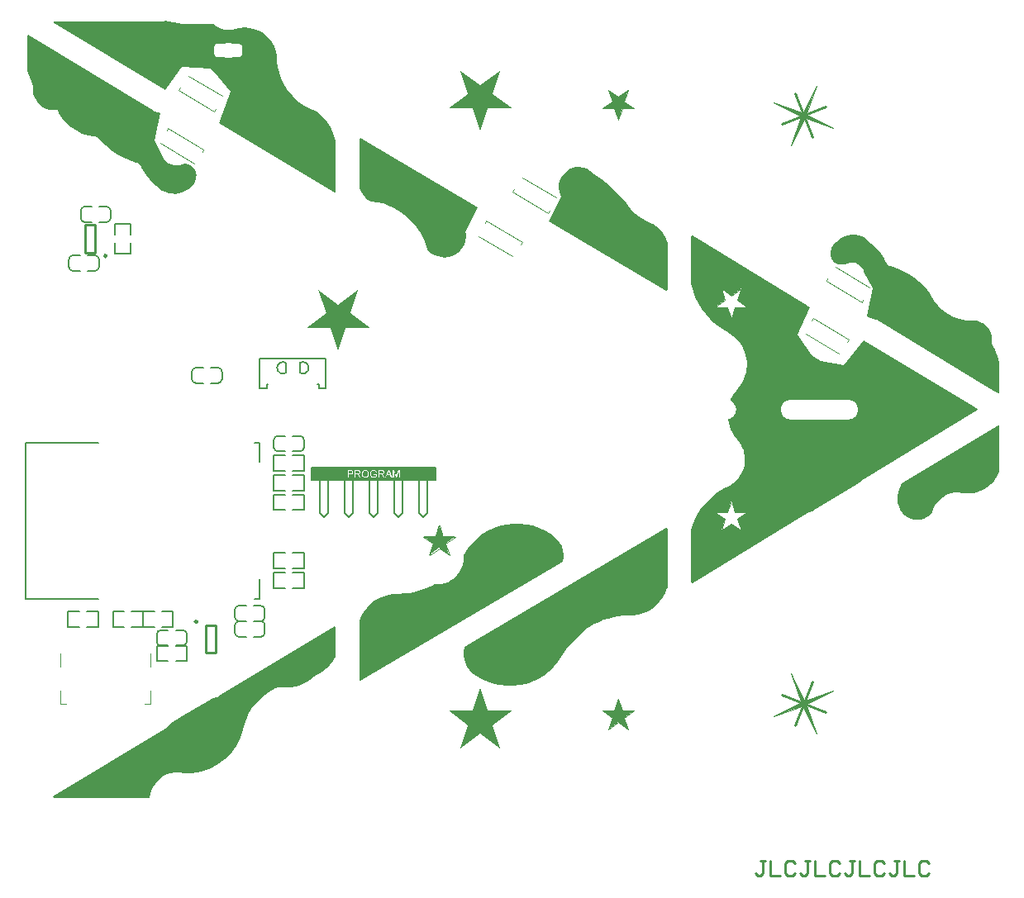
<source format=gto>
G04*
G04 #@! TF.GenerationSoftware,Altium Limited,Altium Designer,20.0.2 (26)*
G04*
G04 Layer_Color=15132400*
%FSLAX25Y25*%
%MOIN*%
G70*
G01*
G75*
%ADD10C,0.00787*%
%ADD11C,0.00984*%
%ADD12C,0.00394*%
%ADD13C,0.01000*%
%ADD14C,0.00472*%
G36*
X188419Y127362D02*
X196364Y121590D01*
X186543D01*
X183509Y112249D01*
X180474Y121590D01*
X170653D01*
X178598Y127362D01*
X175563Y136703D01*
X183509Y130930D01*
X191454Y136703D01*
X188419Y127362D01*
D02*
G37*
G36*
X241566Y124360D02*
X245539Y121474D01*
X240628D01*
X239111Y116804D01*
X237593Y121474D01*
X232683D01*
X236656Y124360D01*
X235138Y129030D01*
X239111Y126144D01*
X243084Y129030D01*
X241566Y124360D01*
D02*
G37*
G36*
X314952Y119494D02*
X314952Y119494D01*
X315007Y119420D01*
X315096Y119259D01*
X315163Y119088D01*
X315207Y118909D01*
X315217Y118817D01*
Y118817D01*
X315217D01*
X325886Y113517D01*
X314681Y117563D01*
X314605Y117504D01*
X314439Y117410D01*
X314262Y117339D01*
X314077Y117293D01*
X313982Y117282D01*
Y117282D01*
X313982Y117282D01*
X313982D01*
X308649Y106535D01*
X312727Y117818D01*
X312669Y117894D01*
X312575Y118060D01*
X312504Y118237D01*
X312458Y118422D01*
X312447Y118517D01*
X312447D01*
X301778Y123817D01*
X312983Y119771D01*
X313059Y119829D01*
X313225Y119924D01*
X313402Y119995D01*
X313587Y120041D01*
X313682Y120052D01*
X313682Y120052D01*
X318949Y130643D01*
X314952Y119494D01*
D02*
G37*
G36*
X63411Y155631D02*
X75807D01*
X77092Y154645D01*
X78524Y153891D01*
X80063Y153390D01*
X81665Y153156D01*
X83284Y153197D01*
X84872Y153512D01*
X85640Y153769D01*
X86560Y153981D01*
X88442Y154135D01*
X90327Y154014D01*
X92174Y153621D01*
X93944Y152965D01*
X95601Y152059D01*
X97109Y150923D01*
X98437Y149579D01*
X99556Y148058D01*
X100442Y146391D01*
X101078Y144613D01*
X101449Y142761D01*
X101498Y141818D01*
X101498Y141818D01*
X101563Y140614D01*
X101878Y138223D01*
X102435Y135876D01*
X103230Y133600D01*
X104254Y131416D01*
X105496Y129349D01*
X106943Y127420D01*
X108580Y125649D01*
X110390Y124055D01*
X112353Y122654D01*
X114449Y121462D01*
X116657Y120491D01*
X117795Y120091D01*
X118713Y119340D01*
X120376Y117647D01*
X121846Y115783D01*
X123104Y113771D01*
X124136Y111634D01*
X124930Y109398D01*
X125180Y108345D01*
Y87667D01*
X124744Y87422D01*
X78245Y115603D01*
X78059Y115716D01*
X82625Y128272D01*
X76103Y136328D01*
X74660Y137411D01*
X63185Y138175D01*
X56483Y128792D01*
X11269Y156195D01*
X11404Y156676D01*
X55700D01*
X55778Y156692D01*
X55857D01*
X56200Y156760D01*
X63411Y155631D01*
D02*
G37*
G36*
X51676Y120617D02*
X52125Y120345D01*
X52224Y120309D01*
X52318Y120261D01*
X53325Y119971D01*
X53431Y119962D01*
X53535Y119939D01*
X54167Y119929D01*
X54583Y119677D01*
X51991Y108710D01*
X55474Y101743D01*
X55750Y101279D01*
X56418Y100432D01*
X57223Y99714D01*
X58141Y99147D01*
X59143Y98748D01*
X60199Y98528D01*
X61278Y98496D01*
X62345Y98651D01*
X62865Y98798D01*
X62865Y98798D01*
X63251Y98937D01*
X64060Y99072D01*
X64881Y99062D01*
X65687Y98906D01*
X66452Y98610D01*
X67152Y98182D01*
X67766Y97637D01*
X68272Y96991D01*
X68464Y96628D01*
X68638Y96233D01*
X68862Y95400D01*
X68957Y94542D01*
X68921Y93680D01*
X68754Y92833D01*
X68460Y92021D01*
X68047Y91264D01*
X67523Y90578D01*
X67212Y90278D01*
X66745Y89757D01*
X65671Y88860D01*
X64479Y88127D01*
X63194Y87574D01*
X61843Y87211D01*
X60453Y87046D01*
X59054Y87082D01*
X57675Y87320D01*
X56345Y87754D01*
X55091Y88375D01*
X53939Y89169D01*
X52913Y90122D01*
X52475Y90667D01*
X51617Y91372D01*
X50046Y92945D01*
X48637Y94663D01*
X47402Y96510D01*
X46877Y97489D01*
X46749Y97859D01*
X46357Y98536D01*
X45807Y99092D01*
X45134Y99492D01*
X44765Y99624D01*
Y99624D01*
X43623Y99957D01*
X41396Y100794D01*
X39239Y101799D01*
X37165Y102966D01*
X35187Y104288D01*
X33315Y105757D01*
X31561Y107365D01*
X29934Y109101D01*
X29190Y110029D01*
X27905Y110069D01*
X25373Y110504D01*
X22927Y111289D01*
X20614Y112407D01*
X18479Y113837D01*
X16565Y115552D01*
X14909Y117516D01*
X13543Y119692D01*
X13019Y120865D01*
X12351Y120755D01*
X10998Y120747D01*
X9660Y120951D01*
X8371Y121362D01*
X7162Y121970D01*
X6063Y122760D01*
X5101Y123712D01*
X4300Y124802D01*
X3680Y126005D01*
X3255Y127290D01*
X3038Y128626D01*
X3032Y129979D01*
X3134Y130648D01*
X2725Y131485D01*
X2015Y133207D01*
X1416Y134972D01*
X929Y136770D01*
X803Y137392D01*
Y150941D01*
X1238Y151186D01*
X51676Y120617D01*
D02*
G37*
G36*
X182517Y81671D02*
X177575Y71596D01*
X177693Y70890D01*
X177699Y69460D01*
X177473Y68047D01*
X177021Y66690D01*
X176355Y65424D01*
X175493Y64283D01*
X174457Y63297D01*
X173275Y62491D01*
X171978Y61888D01*
X170600Y61503D01*
X169178Y61347D01*
X167750Y61422D01*
X166352Y61729D01*
X165024Y62258D01*
X163798Y62995D01*
X162708Y63921D01*
X162245Y64467D01*
X162245D01*
X161817Y65875D01*
X160735Y68611D01*
X159362Y71214D01*
X157714Y73651D01*
X155810Y75895D01*
X153673Y77918D01*
X151328Y79696D01*
X148804Y81209D01*
X147484Y81859D01*
X146449Y82333D01*
X144312Y83118D01*
X142106Y83679D01*
X139854Y84008D01*
X138718Y84085D01*
X138156Y84546D01*
X137143Y85590D01*
X136255Y86743D01*
X135505Y87989D01*
X134900Y89312D01*
X134662Y90044D01*
Y109317D01*
X135096Y109565D01*
X182517Y81671D01*
D02*
G37*
G36*
X225032Y97589D02*
X226440Y97103D01*
X227734Y96366D01*
X228870Y95402D01*
X229339Y94824D01*
X229339D01*
X230350Y94207D01*
X232311Y92876D01*
X234206Y91453D01*
X236029Y89939D01*
X237778Y88340D01*
X239448Y86658D01*
X241034Y84898D01*
X242534Y83063D01*
X243239Y82111D01*
X244127Y80994D01*
X246118Y78952D01*
X248364Y77196D01*
X250826Y75757D01*
X252124Y75164D01*
X252973Y74791D01*
X254544Y73802D01*
X255952Y72595D01*
X257169Y71194D01*
X258168Y69630D01*
X258926Y67936D01*
X259039Y67537D01*
Y48163D01*
X258605Y47915D01*
X211183Y75810D01*
X216125Y85885D01*
X216125D01*
X215763Y86536D01*
X215292Y87948D01*
X215089Y89423D01*
X215162Y90911D01*
X215507Y92359D01*
X216114Y93719D01*
X216961Y94944D01*
X218020Y95991D01*
X219253Y96826D01*
X220619Y97419D01*
X222071Y97749D01*
X223559Y97807D01*
X225032Y97589D01*
D02*
G37*
G36*
X131111Y38802D02*
X139057Y33030D01*
X129235D01*
X126200Y23689D01*
X123166Y33030D01*
X113345D01*
X121290Y38802D01*
X118255Y48143D01*
X126200Y42370D01*
X134146Y48143D01*
X131111Y38802D01*
D02*
G37*
G36*
X334647Y70398D02*
X336026Y70160D01*
X337356Y69726D01*
X338610Y69106D01*
X339762Y68311D01*
X340788Y67359D01*
X341226Y66814D01*
X342084Y66108D01*
X343655Y64536D01*
X345064Y62818D01*
X346299Y60971D01*
X346824Y59991D01*
X346824D01*
X346824Y59991D01*
X346952Y59621D01*
X346988Y59559D01*
X347344Y58944D01*
X347895Y58388D01*
X348567Y57989D01*
X348936Y57857D01*
X350078Y57524D01*
X352305Y56686D01*
X354462Y55681D01*
X356536Y54514D01*
X358514Y53192D01*
X360386Y51723D01*
X362140Y50116D01*
X363767Y48379D01*
X364511Y47451D01*
X364511D01*
X365054Y46251D01*
X366384Y43979D01*
X368018Y41916D01*
X369925Y40102D01*
X372067Y38571D01*
X374402Y37356D01*
X376884Y36478D01*
X379464Y35957D01*
X380775Y35833D01*
X381392Y35937D01*
X382645Y35947D01*
X383882Y35756D01*
X385074Y35370D01*
X386189Y34800D01*
X387198Y34059D01*
X388077Y33166D01*
X388802Y32144D01*
X389354Y31021D01*
X389721Y29823D01*
X389891Y28582D01*
X389862Y27330D01*
X389747Y26714D01*
X390218Y25864D01*
X391047Y24105D01*
X391761Y22296D01*
X392357Y20445D01*
X392832Y18559D01*
X392898Y18199D01*
Y6696D01*
X392459Y6456D01*
X390587Y7660D01*
X390577Y7664D01*
X390568Y7671D01*
X343416Y36206D01*
X343332Y36237D01*
X343254Y36281D01*
X340254Y37281D01*
X340158Y37293D01*
X339320Y37801D01*
X341712Y48767D01*
X338265Y55661D01*
X338055Y56197D01*
X337467Y57184D01*
X336680Y58021D01*
X335730Y58667D01*
X334662Y59092D01*
X333528Y59276D01*
X332381Y59211D01*
X331275Y58898D01*
X330754Y58654D01*
X330754Y58654D01*
X330371Y58524D01*
X329570Y58404D01*
X328760Y58425D01*
X327967Y58588D01*
X327215Y58888D01*
X326527Y59315D01*
X325924Y59856D01*
X325426Y60494D01*
X325237Y60852D01*
X325063Y61247D01*
X324838Y62080D01*
X324744Y62938D01*
X324780Y63801D01*
X324947Y64648D01*
X325241Y65459D01*
X325654Y66217D01*
X326178Y66903D01*
X326489Y67202D01*
X326956Y67723D01*
X328030Y68620D01*
X329222Y69353D01*
X330507Y69907D01*
X331858Y70270D01*
X333248Y70435D01*
X334647Y70398D01*
D02*
G37*
G36*
X315456Y41877D02*
X315456Y41877D01*
X315903Y41605D01*
X315977Y41579D01*
X316103Y41509D01*
X316299Y41081D01*
X311302Y30160D01*
X317224Y21755D01*
X320834Y19665D01*
X330178Y17758D01*
X338137Y27991D01*
X384038Y267D01*
X384039Y-233D01*
X337083Y-28794D01*
X337055Y-28819D01*
X337022Y-28835D01*
X336941Y-28925D01*
X336852Y-29006D01*
X336837Y-29040D01*
X336812Y-29067D01*
X336528Y-29540D01*
X335550Y-30126D01*
X317724Y-40868D01*
X317698Y-40993D01*
X317363Y-41198D01*
X317314Y-41199D01*
X317210Y-41221D01*
X317104Y-41230D01*
X316097Y-41520D01*
X316003Y-41569D01*
X315903Y-41605D01*
X315456Y-41877D01*
X268957Y-70059D01*
X268521Y-69813D01*
Y-48640D01*
X269223Y-46405D01*
X270563Y-43414D01*
X272244Y-40600D01*
X274243Y-38002D01*
X276532Y-35655D01*
X279080Y-33593D01*
X281851Y-31842D01*
X283330Y-31135D01*
Y-31135D01*
X283330Y-31135D01*
X284086Y-30739D01*
X285505Y-29793D01*
X286777Y-28657D01*
X287879Y-27355D01*
X288787Y-25912D01*
X289484Y-24355D01*
X289957Y-22716D01*
X290195Y-21028D01*
X290226Y-20175D01*
X290213Y-19620D01*
X290112Y-18515D01*
X289910Y-17424D01*
X289610Y-16356D01*
X289214Y-15319D01*
X288725Y-14323D01*
X288147Y-13376D01*
X287485Y-12486D01*
X287124Y-12064D01*
X286664Y-11548D01*
X285841Y-10438D01*
X285123Y-9257D01*
X284516Y-8016D01*
X284023Y-6725D01*
X283650Y-5394D01*
X283400Y-4035D01*
X283385Y-3870D01*
X284101Y-3678D01*
X284195Y-3631D01*
X284295Y-3598D01*
X285013Y-3183D01*
X285092Y-3114D01*
X285179Y-3055D01*
X285765Y-2469D01*
X285824Y-2382D01*
X285893Y-2303D01*
X286308Y-1585D01*
X286341Y-1485D01*
X286388Y-1391D01*
X286602Y-590D01*
X286609Y-485D01*
X286630Y-382D01*
Y447D01*
X286609Y550D01*
X286602Y655D01*
X286388Y1456D01*
X286341Y1550D01*
X286308Y1650D01*
X285893Y2368D01*
X285824Y2447D01*
X285765Y2534D01*
X285179Y3121D01*
X285092Y3179D01*
X285013Y3248D01*
X284345Y3634D01*
X284518Y4087D01*
X285127Y5329D01*
X285847Y6510D01*
X286671Y7621D01*
X287132Y8137D01*
X287585Y8668D01*
X288416Y9788D01*
X289142Y10980D01*
X289756Y12232D01*
X290254Y13536D01*
X290631Y14879D01*
X290884Y16251D01*
X291011Y17641D01*
X291027Y18338D01*
X291026Y18503D01*
X291019Y18831D01*
X291005Y19160D01*
X290984Y19488D01*
X290970Y19652D01*
X290865Y20546D01*
X290487Y22307D01*
X289892Y24006D01*
X289088Y25618D01*
X288089Y27116D01*
X286911Y28477D01*
X285571Y29680D01*
X284091Y30707D01*
X283306Y31148D01*
X282154Y31749D01*
X279968Y33155D01*
X277919Y34753D01*
X276023Y36531D01*
X274296Y38473D01*
X272753Y40564D01*
X271406Y42786D01*
X270265Y45121D01*
X269342Y47550D01*
X268642Y50054D01*
X268521Y50711D01*
Y69813D01*
X268957Y70058D01*
X315456Y41877D01*
D02*
G37*
G36*
X392898Y-6589D02*
Y-24587D01*
X392712Y-25191D01*
X391863Y-26978D01*
X390767Y-28624D01*
X389446Y-30097D01*
X387927Y-31365D01*
X386242Y-32401D01*
X384426Y-33186D01*
X382517Y-33702D01*
X380553Y-33939D01*
X378575Y-33892D01*
X377600Y-33726D01*
X376721Y-33600D01*
X374947Y-33581D01*
X373198Y-33872D01*
X371525Y-34463D01*
X369982Y-35337D01*
X368615Y-36467D01*
X367466Y-37819D01*
X366571Y-39350D01*
X366227Y-40168D01*
X366069Y-40595D01*
X365643Y-41399D01*
X365114Y-42140D01*
X364491Y-42804D01*
X364139Y-43092D01*
X364139Y-43092D01*
X363581Y-43486D01*
X362346Y-44068D01*
X361029Y-44426D01*
X359670Y-44551D01*
X358310Y-44437D01*
X356990Y-44089D01*
X355750Y-43518D01*
X354629Y-42739D01*
X354144Y-42259D01*
X353667Y-41706D01*
X352882Y-40473D01*
X352285Y-39140D01*
X351887Y-37735D01*
X351696Y-36286D01*
X351718Y-34826D01*
X351952Y-33383D01*
X352392Y-31990D01*
X353030Y-30676D01*
X353538Y-29928D01*
X392463Y-6343D01*
X392898Y-6589D01*
D02*
G37*
G36*
X168389Y-51181D02*
X173300D01*
X169327Y-54067D01*
X170844Y-58738D01*
X166872Y-55851D01*
X162899Y-58738D01*
X164417Y-54067D01*
X160444Y-51181D01*
X165354D01*
X166872Y-46511D01*
X168389Y-51181D01*
D02*
G37*
G36*
X202105Y-46278D02*
X204668Y-46832D01*
X207156Y-47658D01*
X209541Y-48747D01*
X211795Y-50086D01*
X213483Y-51354D01*
X214604Y-52496D01*
X215542Y-53793D01*
X216274Y-55216D01*
X216784Y-56733D01*
X217061Y-58310D01*
X217098Y-59910D01*
X216902Y-61445D01*
X135096Y-109565D01*
X134662Y-109317D01*
Y-85861D01*
X134768Y-85436D01*
X135526Y-83501D01*
X136531Y-81683D01*
X137764Y-80011D01*
X139205Y-78514D01*
X140829Y-77219D01*
X142609Y-76146D01*
X144513Y-75315D01*
X146509Y-74739D01*
X148563Y-74430D01*
X149602Y-74410D01*
X150615Y-74394D01*
X152637Y-74271D01*
X154647Y-74023D01*
X156639Y-73653D01*
X158604Y-73162D01*
X160535Y-72552D01*
X162425Y-71824D01*
X164268Y-70982D01*
X165169Y-70519D01*
X165950Y-70559D01*
X167509Y-70468D01*
X169040Y-70152D01*
X170508Y-69618D01*
X171883Y-68876D01*
X173137Y-67943D01*
X174242Y-66838D01*
X175175Y-65585D01*
X175916Y-64209D01*
X176451Y-62741D01*
X176767Y-61211D01*
X176858Y-59651D01*
X176818Y-58870D01*
X177435Y-57714D01*
X178910Y-55546D01*
X180610Y-53551D01*
X182515Y-51749D01*
X184603Y-50163D01*
X186849Y-48811D01*
X189228Y-47709D01*
X191711Y-46869D01*
X194271Y-46301D01*
X196876Y-46011D01*
X199498Y-46004D01*
X202105Y-46278D01*
D02*
G37*
G36*
X259039Y-48164D02*
Y-71685D01*
X258906Y-72207D01*
X258140Y-74124D01*
X257131Y-75925D01*
X255895Y-77578D01*
X254453Y-79056D01*
X252832Y-80334D01*
X251057Y-81389D01*
X249160Y-82203D01*
X247172Y-82762D01*
X245129Y-83058D01*
X244097Y-83071D01*
X243084Y-83086D01*
X241063Y-83210D01*
X239052Y-83457D01*
X237061Y-83827D01*
X235096Y-84319D01*
X233165Y-84929D01*
X231274Y-85657D01*
X229432Y-86499D01*
X228531Y-86962D01*
X226862Y-88185D01*
X223692Y-90845D01*
X220766Y-93771D01*
X218106Y-96942D01*
X216882Y-98611D01*
X216266Y-99767D01*
X214790Y-101934D01*
X213091Y-103929D01*
X211186Y-105730D01*
X209099Y-107316D01*
X206854Y-108668D01*
X204475Y-109771D01*
X201993Y-110611D01*
X199434Y-111179D01*
X196829Y-111469D01*
X194208Y-111477D01*
X191601Y-111203D01*
X189039Y-110651D01*
X186551Y-109825D01*
X184166Y-108737D01*
X181912Y-107399D01*
X180864Y-106613D01*
X180234Y-106125D01*
X179135Y-104971D01*
X178221Y-103665D01*
X177515Y-102237D01*
X177030Y-100719D01*
X176779Y-99146D01*
X176767Y-97552D01*
X176995Y-95975D01*
X177014Y-95909D01*
X258605Y-47915D01*
X259039Y-48164D01*
D02*
G37*
G36*
X125180Y-87667D02*
Y-99225D01*
X124989Y-99790D01*
X124054Y-101577D01*
X122851Y-103197D01*
X121411Y-104608D01*
X119767Y-105778D01*
X117962Y-106677D01*
X117000Y-106980D01*
X116296Y-107734D01*
X114711Y-109055D01*
X112975Y-110169D01*
X111114Y-111059D01*
X109156Y-111711D01*
X107133Y-112116D01*
X105076Y-112267D01*
X103016Y-112161D01*
X102000Y-111980D01*
X100666Y-112564D01*
X98122Y-113976D01*
X95773Y-115693D01*
X93656Y-117690D01*
X91805Y-119935D01*
X90247Y-122393D01*
X89008Y-125025D01*
X88107Y-127792D01*
X87788Y-129212D01*
X87451Y-130573D01*
X86451Y-133191D01*
X85141Y-135669D01*
X83539Y-137969D01*
X81669Y-140058D01*
X79560Y-141903D01*
X77242Y-143479D01*
X74749Y-144761D01*
X72119Y-145730D01*
X69391Y-146373D01*
X66605Y-146679D01*
X63802Y-146644D01*
X62413Y-146457D01*
X61642Y-146408D01*
X60099Y-146472D01*
X58579Y-146747D01*
X57111Y-147229D01*
X55724Y-147909D01*
X54444Y-148773D01*
X53295Y-149805D01*
X52299Y-150986D01*
X51476Y-152293D01*
X50840Y-153700D01*
X50404Y-155182D01*
X50181Y-156676D01*
X11404D01*
X11270Y-156194D01*
X56591Y-128727D01*
X57026Y-128464D01*
X57102Y-128394D01*
X57186Y-128336D01*
X57893Y-127606D01*
X57949Y-127520D01*
X58016Y-127442D01*
X58347Y-126853D01*
X63043Y-123933D01*
X75692Y-116293D01*
X76406Y-116278D01*
X76509Y-116255D01*
X76613Y-116246D01*
X77609Y-115956D01*
X77702Y-115908D01*
X77801Y-115872D01*
X78244Y-115603D01*
X124744Y-87422D01*
X125180Y-87667D01*
D02*
G37*
G36*
X240628Y-121474D02*
X245539D01*
X241566Y-124360D01*
X243084Y-129030D01*
X239111Y-126144D01*
X235138Y-129030D01*
X236656Y-124360D01*
X232683Y-121474D01*
X237593D01*
X239111Y-116804D01*
X240628Y-121474D01*
D02*
G37*
G36*
X313982Y-117282D02*
X314077Y-117293D01*
X314262Y-117339D01*
X314439Y-117410D01*
X314605Y-117504D01*
X314681Y-117563D01*
X314681Y-117563D01*
X325886Y-113517D01*
X315217Y-118817D01*
X315207Y-118909D01*
X315163Y-119088D01*
X315096Y-119259D01*
X315007Y-119420D01*
X314952Y-119494D01*
X314952Y-119494D01*
X314952D01*
X318949Y-130643D01*
X313682Y-120052D01*
X313682D01*
X313587Y-120041D01*
X313402Y-119995D01*
X313225Y-119924D01*
X313059Y-119829D01*
X312983Y-119771D01*
X312983Y-119771D01*
X301778Y-123817D01*
X312447Y-118517D01*
X312458Y-118422D01*
X312504Y-118237D01*
X312575Y-118060D01*
X312669Y-117894D01*
X312727Y-117818D01*
Y-117818D01*
X312727D01*
X308649Y-106535D01*
X313982Y-117282D01*
D02*
G37*
G36*
X186543Y-121590D02*
X196364D01*
X188419Y-127362D01*
X191454Y-136703D01*
X183509Y-130930D01*
X175563Y-136703D01*
X178598Y-127362D01*
X170653Y-121590D01*
X180474D01*
X183509Y-112249D01*
X186543Y-121590D01*
D02*
G37*
G36*
X165748Y-23366D02*
Y-28602D01*
X115354D01*
Y-23366D01*
X165748D01*
D02*
G37*
%LPC*%
G36*
X85232Y148035D02*
X78443D01*
X77642Y147820D01*
X76924Y147405D01*
X76337Y146818D01*
X75922Y146100D01*
X75707Y145298D01*
Y144468D01*
X75922Y143667D01*
X76337Y142949D01*
X76924Y142362D01*
X77642Y141947D01*
X78443Y141732D01*
X85232D01*
X85840Y141853D01*
X86414Y142091D01*
X86930Y142436D01*
X87369Y142875D01*
X87714Y143391D01*
X87951Y143964D01*
X88072Y144573D01*
Y145194D01*
X87951Y145802D01*
X87714Y146376D01*
X87369Y146892D01*
X86930Y147331D01*
X86414Y147676D01*
X85840Y147913D01*
X85232Y148035D01*
D02*
G37*
G36*
X288652Y48901D02*
X284680Y46015D01*
X280707Y48901D01*
X282224Y44231D01*
X278252Y41345D01*
X283162D01*
X284680Y36674D01*
X286197Y41345D01*
X291108D01*
X287135Y44231D01*
X288652Y48901D01*
D02*
G37*
G36*
X332305Y3945D02*
X308247D01*
X308144Y3924D01*
X308039Y3917D01*
X307238Y3703D01*
X307144Y3656D01*
X307045Y3622D01*
X306326Y3208D01*
X306247Y3139D01*
X306160Y3080D01*
X305574Y2494D01*
X305515Y2406D01*
X305446Y2327D01*
X305031Y1609D01*
X304998Y1510D01*
X304951Y1416D01*
X304737Y615D01*
X304730Y510D01*
X304709Y407D01*
Y-422D01*
X304730Y-526D01*
X304737Y-630D01*
X304951Y-1431D01*
X304998Y-1526D01*
X305031Y-1625D01*
X305446Y-2343D01*
X305515Y-2422D01*
X305574Y-2509D01*
X306160Y-3096D01*
X306247Y-3154D01*
X306326Y-3223D01*
X307045Y-3638D01*
X307144Y-3672D01*
X307238Y-3718D01*
X308039Y-3933D01*
X308144Y-3940D01*
X308247Y-3960D01*
X332305D01*
X332408Y-3940D01*
X332512Y-3933D01*
X333313Y-3718D01*
X333408Y-3672D01*
X333507Y-3638D01*
X334225Y-3223D01*
X334304Y-3154D01*
X334392Y-3096D01*
X334978Y-2509D01*
X335036Y-2422D01*
X335105Y-2343D01*
X335520Y-1625D01*
X335554Y-1526D01*
X335600Y-1431D01*
X335815Y-630D01*
X335822Y-526D01*
X335842Y-422D01*
Y407D01*
X335822Y510D01*
X335815Y615D01*
X335600Y1416D01*
X335554Y1510D01*
X335520Y1609D01*
X335105Y2327D01*
X335036Y2406D01*
X334978Y2494D01*
X334392Y3080D01*
X334304Y3139D01*
X334225Y3208D01*
X333507Y3622D01*
X333408Y3656D01*
X333313Y3703D01*
X332512Y3917D01*
X332408Y3924D01*
X332305Y3945D01*
D02*
G37*
G36*
X284680Y-36674D02*
X283162Y-41345D01*
X278252D01*
X282224Y-44231D01*
X280707Y-48901D01*
X284680Y-46015D01*
X288652Y-48901D01*
X287135Y-44231D01*
X291108Y-41345D01*
X286197D01*
X284680Y-36674D01*
D02*
G37*
G36*
X140580Y-24420D02*
X140440D01*
X140361Y-24429D01*
X140208Y-24450D01*
X140138Y-24464D01*
X140073Y-24481D01*
X140012Y-24494D01*
X139955Y-24512D01*
X139902Y-24529D01*
X139858Y-24546D01*
X139819Y-24564D01*
X139784Y-24577D01*
X139758Y-24590D01*
X139741Y-24599D01*
X139727Y-24603D01*
X139723Y-24608D01*
X139662Y-24647D01*
X139601Y-24686D01*
X139496Y-24778D01*
X139404Y-24870D01*
X139330Y-24966D01*
X139269Y-25049D01*
X139247Y-25084D01*
X139229Y-25119D01*
X139212Y-25145D01*
X139203Y-25163D01*
X139199Y-25176D01*
X139194Y-25180D01*
X139133Y-25324D01*
X139089Y-25469D01*
X139055Y-25608D01*
X139046Y-25674D01*
X139033Y-25735D01*
X139028Y-25792D01*
X139020Y-25840D01*
X139015Y-25888D01*
Y-25927D01*
X139011Y-25958D01*
Y-26002D01*
X139020Y-26163D01*
X139041Y-26316D01*
X139055Y-26386D01*
X139068Y-26452D01*
X139085Y-26517D01*
X139102Y-26574D01*
X139120Y-26627D01*
X139137Y-26670D01*
X139151Y-26714D01*
X139164Y-26745D01*
X139177Y-26775D01*
X139186Y-26793D01*
X139194Y-26806D01*
Y-26810D01*
X139273Y-26937D01*
X139360Y-27046D01*
X139452Y-27142D01*
X139540Y-27221D01*
X139623Y-27282D01*
X139653Y-27304D01*
X139684Y-27326D01*
X139710Y-27339D01*
X139727Y-27352D01*
X139741Y-27356D01*
X139745Y-27361D01*
X139815Y-27396D01*
X139885Y-27422D01*
X140025Y-27470D01*
X140160Y-27501D01*
X140287Y-27527D01*
X140344Y-27531D01*
X140396Y-27540D01*
X140444Y-27544D01*
X140483D01*
X140514Y-27549D01*
X139011D01*
X141812D01*
Y-25910D01*
Y-25954D01*
X140527D01*
Y-26312D01*
X141419D01*
Y-26880D01*
X141366Y-26924D01*
X141305Y-26963D01*
X141240Y-26998D01*
X141178Y-27029D01*
X141126Y-27055D01*
X141078Y-27077D01*
X141060Y-27086D01*
X141051Y-27090D01*
X141043Y-27094D01*
X141038D01*
X140947Y-27125D01*
X140855Y-27151D01*
X140772Y-27169D01*
X140693Y-27177D01*
X140628Y-27186D01*
X140601D01*
X140575Y-27190D01*
X140532D01*
X140422Y-27186D01*
X140317Y-27169D01*
X140221Y-27147D01*
X140134Y-27125D01*
X140064Y-27099D01*
X140033Y-27090D01*
X140012Y-27081D01*
X139990Y-27072D01*
X139977Y-27064D01*
X139968Y-27059D01*
X139963D01*
X139872Y-27003D01*
X139789Y-26941D01*
X139719Y-26876D01*
X139662Y-26810D01*
X139614Y-26749D01*
X139583Y-26701D01*
X139570Y-26683D01*
X139566Y-26670D01*
X139557Y-26662D01*
Y-26657D01*
X139513Y-26548D01*
X139478Y-26434D01*
X139456Y-26321D01*
X139439Y-26212D01*
X139435Y-26163D01*
X139430Y-26120D01*
X139426Y-26076D01*
Y-26041D01*
X139421Y-26015D01*
Y-25993D01*
Y-25980D01*
Y-25975D01*
X139426Y-25853D01*
X139439Y-25744D01*
X139456Y-25639D01*
X139478Y-25547D01*
X139487Y-25508D01*
X139500Y-25473D01*
X139509Y-25442D01*
X139518Y-25416D01*
X139526Y-25394D01*
X139531Y-25381D01*
X139535Y-25372D01*
Y-25368D01*
X139566Y-25307D01*
X139596Y-25250D01*
X139627Y-25198D01*
X139657Y-25154D01*
X139684Y-25119D01*
X139706Y-25088D01*
X139723Y-25071D01*
X139727Y-25067D01*
X139776Y-25019D01*
X139828Y-24975D01*
X139885Y-24940D01*
X139937Y-24905D01*
X139981Y-24883D01*
X140016Y-24861D01*
X140042Y-24852D01*
X140051Y-24848D01*
X140129Y-24817D01*
X140208Y-24796D01*
X140291Y-24782D01*
X140366Y-24769D01*
X140431Y-24765D01*
X140457D01*
X140479Y-24761D01*
X140527D01*
X140610Y-24765D01*
X140689Y-24774D01*
X140759Y-24787D01*
X140820Y-24800D01*
X140872Y-24817D01*
X140912Y-24831D01*
X140934Y-24839D01*
X140942Y-24844D01*
X141008Y-24874D01*
X141065Y-24909D01*
X141117Y-24944D01*
X141156Y-24979D01*
X141187Y-25010D01*
X141213Y-25032D01*
X141226Y-25049D01*
X141231Y-25053D01*
X141270Y-25106D01*
X141301Y-25167D01*
X141331Y-25224D01*
X141357Y-25285D01*
X141375Y-25337D01*
X141388Y-25377D01*
X141392Y-25394D01*
X141397Y-25407D01*
X141401Y-25412D01*
Y-25416D01*
X141764Y-25320D01*
X141733Y-25211D01*
X141694Y-25115D01*
X141655Y-25027D01*
X141620Y-24957D01*
X141585Y-24901D01*
X141559Y-24861D01*
X141541Y-24835D01*
X141532Y-24826D01*
X141471Y-24756D01*
X141405Y-24700D01*
X141336Y-24647D01*
X141270Y-24603D01*
X141209Y-24573D01*
X141161Y-24546D01*
X141143Y-24538D01*
X141130Y-24533D01*
X141121Y-24529D01*
X141117D01*
X141017Y-24494D01*
X140912Y-24468D01*
X140816Y-24446D01*
X140724Y-24433D01*
X140641Y-24424D01*
X140606D01*
X140580Y-24420D01*
D02*
G37*
G36*
X137193D02*
X137153D01*
X137036Y-24424D01*
X136926Y-24437D01*
X136821Y-24459D01*
X136721Y-24485D01*
X136629Y-24520D01*
X136542Y-24555D01*
X136463Y-24595D01*
X136393Y-24634D01*
X136328Y-24673D01*
X136271Y-24713D01*
X136223Y-24747D01*
X136183Y-24782D01*
X136153Y-24809D01*
X136127Y-24831D01*
X136113Y-24844D01*
X136109Y-24848D01*
X136039Y-24931D01*
X135978Y-25019D01*
X135921Y-25115D01*
X135878Y-25211D01*
X135838Y-25311D01*
X135803Y-25407D01*
X135777Y-25504D01*
X135759Y-25595D01*
X135742Y-25683D01*
X135729Y-25766D01*
X135720Y-25840D01*
X135711Y-25901D01*
Y-25954D01*
X135707Y-25993D01*
Y-25989D01*
Y-27549D01*
Y-26028D01*
X135716Y-26177D01*
X135733Y-26312D01*
X135759Y-26443D01*
X135777Y-26500D01*
X135794Y-26557D01*
X135808Y-26605D01*
X135825Y-26649D01*
X135838Y-26688D01*
X135851Y-26723D01*
X135860Y-26749D01*
X135869Y-26766D01*
X135878Y-26780D01*
Y-26784D01*
X135952Y-26911D01*
X136030Y-27020D01*
X136118Y-27116D01*
X136201Y-27195D01*
X136275Y-27260D01*
X136306Y-27286D01*
X136332Y-27304D01*
X136358Y-27321D01*
X136376Y-27335D01*
X136384Y-27339D01*
X136389Y-27343D01*
X136454Y-27378D01*
X136520Y-27409D01*
X136651Y-27461D01*
X136778Y-27496D01*
X136896Y-27523D01*
X136952Y-27531D01*
X137001Y-27536D01*
X137044Y-27544D01*
X137084D01*
X137110Y-27549D01*
X135707D01*
X138600D01*
Y-25993D01*
X138591Y-25827D01*
X138574Y-25674D01*
X138561Y-25604D01*
X138543Y-25534D01*
X138526Y-25473D01*
X138513Y-25416D01*
X138495Y-25364D01*
X138478Y-25316D01*
X138464Y-25276D01*
X138447Y-25241D01*
X138438Y-25215D01*
X138429Y-25198D01*
X138421Y-25185D01*
Y-25180D01*
X138351Y-25053D01*
X138268Y-24940D01*
X138180Y-24844D01*
X138102Y-24765D01*
X138028Y-24704D01*
X137993Y-24678D01*
X137966Y-24656D01*
X137940Y-24643D01*
X137923Y-24630D01*
X137914Y-24625D01*
X137909Y-24621D01*
X137844Y-24586D01*
X137778Y-24555D01*
X137652Y-24503D01*
X137521Y-24468D01*
X137407Y-24446D01*
X137355Y-24437D01*
X137302Y-24429D01*
X137263Y-24424D01*
X137223D01*
X137193Y-24420D01*
D02*
G37*
G36*
X151142Y-24472D02*
X150604D01*
X149879Y-26579D01*
X149840Y-26692D01*
X149809Y-26788D01*
X149778Y-26871D01*
X149757Y-26941D01*
X149739Y-26994D01*
X149726Y-27033D01*
X149722Y-27055D01*
X149717Y-27064D01*
X149700Y-27002D01*
X149678Y-26932D01*
X149652Y-26858D01*
X149630Y-26784D01*
X149608Y-26718D01*
X149591Y-26666D01*
X149582Y-26644D01*
X149577Y-26631D01*
X149573Y-26622D01*
Y-26618D01*
X148856Y-24472D01*
X148979D01*
X148258D01*
Y-27496D01*
X151142D01*
Y-24472D01*
D02*
G37*
G36*
X146711D02*
X146274D01*
X145120Y-27496D01*
X147947D01*
D01*
X146711Y-24472D01*
D02*
G37*
G36*
X143809Y-24472D02*
X142406D01*
Y-27496D01*
X145063Y-27496D01*
X144543Y-26675D01*
X144482Y-26587D01*
X144425Y-26509D01*
X144368Y-26443D01*
X144320Y-26382D01*
X144277Y-26338D01*
X144242Y-26303D01*
X144220Y-26281D01*
X144211Y-26273D01*
X144176Y-26246D01*
X144137Y-26216D01*
X144058Y-26168D01*
X144023Y-26150D01*
X143997Y-26133D01*
X143979Y-26124D01*
X143971Y-26120D01*
X144049Y-26107D01*
X144124Y-26094D01*
X144189Y-26072D01*
X144255Y-26054D01*
X144312Y-26032D01*
X144364Y-26006D01*
X144412Y-25984D01*
X144456Y-25962D01*
X144491Y-25936D01*
X144526Y-25914D01*
X144552Y-25897D01*
X144574Y-25879D01*
X144591Y-25866D01*
X144604Y-25853D01*
X144609Y-25849D01*
X144613Y-25844D01*
X144648Y-25801D01*
X144683Y-25757D01*
X144736Y-25665D01*
X144770Y-25574D01*
X144797Y-25486D01*
X144814Y-25412D01*
X144818Y-25381D01*
Y-25351D01*
X144823Y-25329D01*
Y-25311D01*
Y-25302D01*
Y-25298D01*
X144818Y-25206D01*
X144805Y-25123D01*
X144783Y-25045D01*
X144762Y-24979D01*
X144736Y-24922D01*
X144718Y-24879D01*
X144701Y-24852D01*
X144696Y-24848D01*
Y-24844D01*
X144644Y-24774D01*
X144591Y-24713D01*
X144534Y-24660D01*
X144482Y-24621D01*
X144434Y-24590D01*
X144395Y-24573D01*
X144368Y-24560D01*
X144364Y-24555D01*
X144360D01*
X144320Y-24542D01*
X144272Y-24529D01*
X144176Y-24507D01*
X144071Y-24494D01*
X143975Y-24481D01*
X143883Y-24477D01*
X143844D01*
X143809Y-24472D01*
D02*
G37*
G36*
X134186D02*
X132783D01*
Y-27496D01*
X135441D01*
D01*
X134920Y-26675D01*
X134859Y-26587D01*
X134802Y-26509D01*
X134746Y-26443D01*
X134698Y-26382D01*
X134654Y-26338D01*
X134619Y-26303D01*
X134597Y-26281D01*
X134588Y-26273D01*
X134553Y-26246D01*
X134514Y-26216D01*
X134435Y-26168D01*
X134400Y-26150D01*
X134374Y-26133D01*
X134357Y-26124D01*
X134348Y-26120D01*
X134427Y-26107D01*
X134501Y-26094D01*
X134566Y-26072D01*
X134632Y-26054D01*
X134689Y-26032D01*
X134741Y-26006D01*
X134789Y-25984D01*
X134833Y-25962D01*
X134868Y-25936D01*
X134903Y-25914D01*
X134929Y-25897D01*
X134951Y-25879D01*
X134968Y-25866D01*
X134982Y-25853D01*
X134986Y-25849D01*
X134990Y-25844D01*
X135025Y-25801D01*
X135060Y-25757D01*
X135113Y-25665D01*
X135148Y-25574D01*
X135174Y-25486D01*
X135191Y-25412D01*
X135196Y-25381D01*
Y-25351D01*
X135200Y-25329D01*
Y-25311D01*
Y-25302D01*
Y-25298D01*
X135196Y-25206D01*
X135183Y-25123D01*
X135161Y-25045D01*
X135139Y-24979D01*
X135113Y-24922D01*
X135095Y-24879D01*
X135078Y-24852D01*
X135073Y-24848D01*
Y-24844D01*
X135021Y-24774D01*
X134968Y-24713D01*
X134912Y-24660D01*
X134859Y-24621D01*
X134811Y-24590D01*
X134772Y-24573D01*
X134746Y-24560D01*
X134741Y-24555D01*
X134737D01*
X134698Y-24542D01*
X134650Y-24529D01*
X134553Y-24507D01*
X134449Y-24494D01*
X134352Y-24481D01*
X134261Y-24477D01*
X134221D01*
X134186Y-24472D01*
D02*
G37*
G36*
X131202D02*
X129961D01*
Y-27496D01*
X132268D01*
D01*
X130362D01*
Y-26268D01*
X131136D01*
X131250Y-26264D01*
X131359Y-26255D01*
X131455Y-26242D01*
X131542Y-26225D01*
X131625Y-26207D01*
X131695Y-26185D01*
X131761Y-26159D01*
X131818Y-26133D01*
X131866Y-26111D01*
X131910Y-26085D01*
X131945Y-26063D01*
X131971Y-26041D01*
X131992Y-26028D01*
X132006Y-26015D01*
X132014Y-26006D01*
X132019Y-26002D01*
X132062Y-25949D01*
X132102Y-25897D01*
X132132Y-25844D01*
X132163Y-25788D01*
X132189Y-25731D01*
X132207Y-25678D01*
X132237Y-25578D01*
X132246Y-25530D01*
X132255Y-25486D01*
X132259Y-25447D01*
X132264Y-25416D01*
X132268Y-25386D01*
Y-25351D01*
D01*
X132264Y-25268D01*
X132255Y-25189D01*
X132237Y-25119D01*
X132224Y-25058D01*
X132207Y-25005D01*
X132189Y-24966D01*
X132180Y-24944D01*
X132176Y-24936D01*
X132141Y-24870D01*
X132097Y-24813D01*
X132058Y-24761D01*
X132019Y-24721D01*
X131984Y-24691D01*
X131958Y-24665D01*
X131940Y-24651D01*
X131931Y-24647D01*
X131875Y-24612D01*
X131809Y-24581D01*
X131748Y-24555D01*
X131691Y-24533D01*
X131639Y-24520D01*
X131599Y-24512D01*
X131569Y-24503D01*
X131560D01*
X131494Y-24494D01*
X131420Y-24485D01*
X131341Y-24481D01*
X131267Y-24477D01*
X131202Y-24472D01*
D02*
G37*
%LPD*%
G36*
X141812Y-27549D02*
X140558D01*
X140680Y-27544D01*
X140798Y-27531D01*
X140907Y-27509D01*
X141004Y-27487D01*
X141043Y-27479D01*
X141082Y-27470D01*
X141117Y-27457D01*
X141148Y-27448D01*
X141170Y-27439D01*
X141187Y-27435D01*
X141196Y-27431D01*
X141200D01*
X141318Y-27383D01*
X141427Y-27326D01*
X141532Y-27265D01*
X141624Y-27208D01*
X141663Y-27182D01*
X141703Y-27155D01*
X141733Y-27134D01*
X141760Y-27116D01*
X141781Y-27099D01*
X141799Y-27086D01*
X141808Y-27081D01*
X141812Y-27077D01*
Y-27549D01*
D02*
G37*
G36*
X137263Y-24769D02*
X137368Y-24787D01*
X137459Y-24813D01*
X137538Y-24839D01*
X137604Y-24870D01*
X137630Y-24883D01*
X137652Y-24892D01*
X137673Y-24905D01*
X137687Y-24909D01*
X137691Y-24918D01*
X137695D01*
X137778Y-24979D01*
X137853Y-25049D01*
X137918Y-25119D01*
X137971Y-25189D01*
X138010Y-25250D01*
X138041Y-25302D01*
X138049Y-25320D01*
X138058Y-25333D01*
X138063Y-25342D01*
Y-25346D01*
X138106Y-25451D01*
X138137Y-25565D01*
X138159Y-25670D01*
X138172Y-25770D01*
X138180Y-25818D01*
X138185Y-25857D01*
Y-25897D01*
X138189Y-25927D01*
Y-25954D01*
Y-25971D01*
Y-25984D01*
Y-25989D01*
X138185Y-26094D01*
X138176Y-26194D01*
X138163Y-26290D01*
X138145Y-26378D01*
X138119Y-26456D01*
X138097Y-26531D01*
X138071Y-26600D01*
X138045Y-26662D01*
X138014Y-26714D01*
X137988Y-26762D01*
X137966Y-26801D01*
X137944Y-26832D01*
X137923Y-26858D01*
X137909Y-26880D01*
X137901Y-26889D01*
X137896Y-26893D01*
X137840Y-26950D01*
X137778Y-26998D01*
X137717Y-27037D01*
X137656Y-27077D01*
X137595Y-27107D01*
X137529Y-27129D01*
X137472Y-27151D01*
X137411Y-27169D01*
X137359Y-27182D01*
X137306Y-27190D01*
X137263Y-27199D01*
X137223Y-27204D01*
X137193D01*
X137171Y-27208D01*
X137149D01*
X137066Y-27204D01*
X136987Y-27195D01*
X136917Y-27177D01*
X136848Y-27160D01*
X136782Y-27134D01*
X136721Y-27107D01*
X136664Y-27081D01*
X136612Y-27051D01*
X136568Y-27020D01*
X136529Y-26994D01*
X136494Y-26967D01*
X136463Y-26941D01*
X136441Y-26924D01*
X136424Y-26906D01*
X136415Y-26898D01*
X136411Y-26893D01*
X136358Y-26832D01*
X136314Y-26766D01*
X136275Y-26697D01*
X136240Y-26627D01*
X136214Y-26552D01*
X136188Y-26482D01*
X136153Y-26343D01*
X136144Y-26281D01*
X136135Y-26220D01*
X136127Y-26168D01*
X136122Y-26124D01*
X136118Y-26085D01*
Y-26054D01*
Y-26037D01*
Y-26032D01*
X136122Y-25910D01*
X136131Y-25796D01*
X136144Y-25687D01*
X136166Y-25591D01*
X136188Y-25504D01*
X136214Y-25425D01*
X136245Y-25351D01*
X136271Y-25289D01*
X136301Y-25233D01*
X136328Y-25185D01*
X136354Y-25145D01*
X136376Y-25115D01*
X136398Y-25088D01*
X136411Y-25071D01*
X136419Y-25062D01*
X136424Y-25058D01*
X136480Y-25005D01*
X136542Y-24962D01*
X136603Y-24922D01*
X136668Y-24887D01*
X136730Y-24861D01*
X136791Y-24835D01*
X136904Y-24800D01*
X136957Y-24791D01*
X137005Y-24782D01*
X137044Y-24774D01*
X137084Y-24769D01*
X137114Y-24765D01*
X137153D01*
X137263Y-24769D01*
D02*
G37*
G36*
X138600Y-27549D02*
X137153D01*
X137298Y-27540D01*
X137433Y-27518D01*
X137560Y-27492D01*
X137617Y-27474D01*
X137669Y-27457D01*
X137717Y-27439D01*
X137761Y-27422D01*
X137796Y-27409D01*
X137827Y-27396D01*
X137853Y-27383D01*
X137875Y-27374D01*
X137883Y-27365D01*
X137888D01*
X138010Y-27286D01*
X138115Y-27199D01*
X138202Y-27107D01*
X138277Y-27020D01*
X138338Y-26937D01*
X138360Y-26906D01*
X138377Y-26876D01*
X138395Y-26849D01*
X138403Y-26832D01*
X138412Y-26819D01*
Y-26815D01*
X138447Y-26745D01*
X138473Y-26675D01*
X138521Y-26535D01*
X138556Y-26395D01*
X138578Y-26268D01*
X138583Y-26212D01*
X138591Y-26159D01*
X138596Y-26111D01*
Y-26072D01*
X138600Y-26037D01*
Y-27549D01*
D02*
G37*
G36*
X150757Y-27496D02*
X149875D01*
X150757Y-24966D01*
Y-27496D01*
D02*
G37*
G36*
X149516D02*
X148642D01*
Y-24922D01*
X149516Y-27496D01*
D02*
G37*
G36*
X146514Y-24887D02*
X146549Y-24992D01*
X146584Y-25097D01*
X146619Y-25198D01*
X146636Y-25241D01*
X146650Y-25285D01*
X146663Y-25324D01*
X146676Y-25355D01*
X146685Y-25381D01*
X146693Y-25403D01*
X146698Y-25416D01*
Y-25420D01*
X147012Y-26251D01*
X145990D01*
X146317Y-25368D01*
X146357Y-25259D01*
X146387Y-25154D01*
X146418Y-25058D01*
X146440Y-24970D01*
X146457Y-24896D01*
X146466Y-24866D01*
X146470Y-24835D01*
X146479Y-24817D01*
Y-24800D01*
X146484Y-24791D01*
Y-24787D01*
X146514Y-24887D01*
D02*
G37*
G36*
X147493Y-27496D02*
X145544D01*
X145872Y-26579D01*
X147139D01*
X147493Y-27496D01*
D02*
G37*
G36*
X143879Y-24813D02*
X143979Y-24831D01*
X144067Y-24852D01*
X144132Y-24879D01*
X144189Y-24905D01*
X144224Y-24927D01*
X144246Y-24944D01*
X144255Y-24949D01*
X144307Y-25005D01*
X144346Y-25062D01*
X144373Y-25123D01*
X144395Y-25176D01*
X144403Y-25228D01*
X144408Y-25268D01*
X144412Y-25294D01*
Y-25298D01*
Y-25302D01*
X144408Y-25355D01*
X144399Y-25407D01*
X144386Y-25451D01*
X144373Y-25490D01*
X144355Y-25525D01*
X144342Y-25552D01*
X144333Y-25569D01*
X144329Y-25574D01*
X144299Y-25617D01*
X144259Y-25657D01*
X144220Y-25687D01*
X144181Y-25713D01*
X144146Y-25731D01*
X144119Y-25744D01*
X144102Y-25753D01*
X144093Y-25757D01*
X144032Y-25774D01*
X143962Y-25788D01*
X143892Y-25796D01*
X143822Y-25801D01*
X143761Y-25805D01*
X143709Y-25809D01*
X142808D01*
Y-24809D01*
X143761D01*
X143879Y-24813D01*
D02*
G37*
G36*
X143372Y-26159D02*
X143407D01*
X143438Y-26163D01*
X143459Y-26168D01*
X143477D01*
X143486Y-26172D01*
X143490D01*
X143560Y-26194D01*
X143590Y-26207D01*
X143617Y-26220D01*
X143643Y-26233D01*
X143660Y-26242D01*
X143669Y-26246D01*
X143674Y-26251D01*
X143709Y-26277D01*
X143744Y-26308D01*
X143809Y-26373D01*
X143840Y-26404D01*
X143861Y-26430D01*
X143875Y-26447D01*
X143879Y-26452D01*
X143923Y-26513D01*
X143971Y-26579D01*
X144019Y-26649D01*
X144067Y-26714D01*
X144106Y-26775D01*
X144137Y-26823D01*
X144150Y-26841D01*
X144159Y-26854D01*
X144167Y-26863D01*
Y-26867D01*
X144565Y-27496D01*
X142808Y-27496D01*
Y-26155D01*
X143324D01*
X143372Y-26159D01*
D02*
G37*
G36*
X134256Y-24813D02*
X134357Y-24831D01*
X134444Y-24852D01*
X134510Y-24879D01*
X134566Y-24905D01*
X134601Y-24927D01*
X134623Y-24944D01*
X134632Y-24949D01*
X134685Y-25005D01*
X134724Y-25062D01*
X134750Y-25123D01*
X134772Y-25176D01*
X134781Y-25228D01*
X134785Y-25268D01*
X134789Y-25294D01*
Y-25298D01*
Y-25302D01*
X134785Y-25355D01*
X134776Y-25407D01*
X134763Y-25451D01*
X134750Y-25490D01*
X134732Y-25525D01*
X134719Y-25552D01*
X134711Y-25569D01*
X134706Y-25574D01*
X134676Y-25617D01*
X134636Y-25657D01*
X134597Y-25687D01*
X134558Y-25713D01*
X134523Y-25731D01*
X134497Y-25744D01*
X134479Y-25753D01*
X134470Y-25757D01*
X134409Y-25774D01*
X134339Y-25788D01*
X134269Y-25796D01*
X134199Y-25801D01*
X134138Y-25805D01*
X134086Y-25809D01*
X133186D01*
Y-24809D01*
X134138D01*
X134256Y-24813D01*
D02*
G37*
G36*
X133749Y-26159D02*
X133784D01*
X133815Y-26163D01*
X133837Y-26168D01*
X133854D01*
X133863Y-26172D01*
X133867D01*
X133937Y-26194D01*
X133968Y-26207D01*
X133994Y-26220D01*
X134020Y-26233D01*
X134038Y-26242D01*
X134046Y-26246D01*
X134051Y-26251D01*
X134086Y-26277D01*
X134121Y-26308D01*
X134186Y-26373D01*
X134217Y-26404D01*
X134239Y-26430D01*
X134252Y-26447D01*
X134256Y-26452D01*
X134300Y-26513D01*
X134348Y-26579D01*
X134396Y-26649D01*
X134444Y-26714D01*
X134483Y-26775D01*
X134514Y-26823D01*
X134527Y-26841D01*
X134536Y-26854D01*
X134545Y-26863D01*
Y-26867D01*
X134942Y-27496D01*
X133186D01*
Y-26155D01*
X133701D01*
X133749Y-26159D01*
D02*
G37*
G36*
X131306Y-24835D02*
X131372Y-24839D01*
X131424Y-24844D01*
X131459Y-24852D01*
X131486Y-24857D01*
X131503Y-24861D01*
X131508D01*
X131564Y-24883D01*
X131612Y-24909D01*
X131656Y-24936D01*
X131695Y-24966D01*
X131722Y-24997D01*
X131744Y-25019D01*
X131757Y-25036D01*
X131761Y-25040D01*
X131791Y-25093D01*
X131818Y-25145D01*
X131835Y-25202D01*
X131844Y-25250D01*
X131853Y-25294D01*
X131857Y-25333D01*
Y-25355D01*
Y-25359D01*
Y-25364D01*
X131848Y-25455D01*
X131831Y-25534D01*
X131805Y-25604D01*
X131774Y-25661D01*
X131744Y-25705D01*
X131717Y-25739D01*
X131700Y-25757D01*
X131691Y-25766D01*
X131660Y-25792D01*
X131621Y-25814D01*
X131538Y-25849D01*
X131446Y-25875D01*
X131354Y-25892D01*
X131272Y-25901D01*
X131237Y-25906D01*
X131206D01*
X131175Y-25910D01*
X130362D01*
Y-24831D01*
X131228D01*
X131306Y-24835D01*
D02*
G37*
D10*
X105122Y18836D02*
G03*
X105158Y14873I-1267J-1993D01*
G01*
X110662Y14827D02*
G03*
X110626Y18790I1267J1993D01*
G01*
X79272Y15315D02*
G03*
X77697Y16890I-1575J0D01*
G01*
X77697Y10669D02*
G03*
X79272Y12244I-0J1575D01*
G01*
X67185Y12244D02*
G03*
X68760Y10669I1575J-0D01*
G01*
Y16890D02*
G03*
X67185Y15315I0J-1575D01*
G01*
X100256Y-15315D02*
G03*
X101831Y-16890I1575J0D01*
G01*
X101831Y-10669D02*
G03*
X100256Y-12244I0J-1575D01*
G01*
X112343Y-12244D02*
G03*
X110768Y-10669I-1575J0D01*
G01*
Y-16890D02*
G03*
X112343Y-15315I-0J1575D01*
G01*
X75846Y143347D02*
G03*
X77421Y141772I1575J0D01*
G01*
X77421Y147992D02*
G03*
X75846Y146417I0J-1575D01*
G01*
X87933Y146417D02*
G03*
X86358Y147992I-1575J0D01*
G01*
Y141772D02*
G03*
X87933Y143347I-0J1575D01*
G01*
X34390Y80276D02*
G03*
X32815Y81850I-1575J0D01*
G01*
X32815Y75630D02*
G03*
X34390Y77205I-0J1575D01*
G01*
X22303Y77205D02*
G03*
X23878Y75630I1575J-0D01*
G01*
Y81850D02*
G03*
X22303Y80276I0J-1575D01*
G01*
X29665Y60590D02*
G03*
X28091Y62165I-1575J0D01*
G01*
X28091Y55945D02*
G03*
X29665Y57520I-0J1575D01*
G01*
X17579Y57520D02*
G03*
X19154Y55945I1575J-0D01*
G01*
Y62165D02*
G03*
X17579Y60590I0J-1575D01*
G01*
X84508Y-83819D02*
G03*
X86083Y-85394I1575J0D01*
G01*
X86083Y-79173D02*
G03*
X84508Y-80748I0J-1575D01*
G01*
X96595Y-80748D02*
G03*
X95020Y-79173I-1575J0D01*
G01*
Y-85394D02*
G03*
X96595Y-83819I-0J1575D01*
G01*
X84508Y-90118D02*
G03*
X86083Y-91693I1575J0D01*
G01*
X86083Y-85472D02*
G03*
X84508Y-87047I0J-1575D01*
G01*
X96595Y-87047D02*
G03*
X95020Y-85472I-1575J0D01*
G01*
Y-91693D02*
G03*
X96595Y-90118I-0J1575D01*
G01*
X65098Y-90591D02*
G03*
X63524Y-89016I-1575J0D01*
G01*
X63524Y-95236D02*
G03*
X65098Y-93661I-0J1575D01*
G01*
X53012Y-93661D02*
G03*
X54587Y-95236I1575J-0D01*
G01*
Y-89016D02*
G03*
X53012Y-90591I0J-1575D01*
G01*
X94488Y-76378D02*
Y-68504D01*
X-0Y-76378D02*
X29528D01*
X-0D02*
X-0Y-44882D01*
X-0Y-13386D02*
X29528D01*
X-0D02*
X-0Y-44882D01*
X92520Y-76378D02*
X94488D01*
X92520Y-13386D02*
X94488D01*
Y-21260D02*
Y-13386D01*
X105122Y18836D02*
X105158Y14873D01*
X110626Y18790D02*
X110662Y14827D01*
X97354Y10343D02*
X97869D01*
X94469Y20472D02*
X121240D01*
X118354Y8661D02*
Y10343D01*
Y8661D02*
X121240D01*
X117839Y10343D02*
X118354D01*
X97354Y8661D02*
Y10343D01*
X94469Y8661D02*
X97354D01*
X121240D02*
X121240Y20472D01*
X94469Y8661D02*
Y20472D01*
X107874Y-72008D02*
X112343D01*
X100256D02*
Y-65787D01*
X112343Y-72008D02*
Y-65787D01*
X100256Y-72008D02*
X104724D01*
X107874Y-65787D02*
X112343D01*
X100256D02*
X104724D01*
X36260Y62854D02*
Y67323D01*
Y74941D02*
X42480D01*
X36260Y62854D02*
X42480D01*
X36260Y70473D02*
Y74941D01*
X42480Y62854D02*
Y67323D01*
Y70473D02*
Y74941D01*
X100256Y-26417D02*
X104724D01*
X112343Y-32638D02*
Y-26417D01*
X100256Y-32638D02*
Y-26417D01*
X107874D02*
X112343D01*
X100256Y-32638D02*
X104724D01*
X107874D02*
X112343D01*
X107874Y-40512D02*
X112343D01*
X100256D02*
Y-34291D01*
X112343Y-40512D02*
Y-34291D01*
X100256Y-40512D02*
X104724D01*
X107874Y-34291D02*
X112343D01*
X100256D02*
X104724D01*
X107874Y-24764D02*
X112343D01*
X100256D02*
Y-18543D01*
X112343Y-24764D02*
Y-18543D01*
X100256Y-24764D02*
X104724D01*
X107874Y-18543D02*
X112343D01*
X100256D02*
X104724D01*
X55118Y-87756D02*
X59587D01*
X47500D02*
Y-81535D01*
X59587Y-87756D02*
Y-81535D01*
X47500Y-87756D02*
X51968D01*
X55118Y-81535D02*
X59587D01*
X47500D02*
X51968D01*
X107874Y-64134D02*
X112343D01*
X100256D02*
Y-57913D01*
X112343Y-64134D02*
Y-57913D01*
X100256Y-64134D02*
X104724D01*
X107874Y-57913D02*
X112343D01*
X100256D02*
X104724D01*
X17185Y-81535D02*
X21654D01*
X29272Y-87756D02*
Y-81535D01*
X17185Y-87756D02*
Y-81535D01*
X24803D02*
X29272D01*
X17185Y-87756D02*
X21654D01*
X24803D02*
X29272D01*
X42913D02*
X47382D01*
X35295D02*
Y-81535D01*
X47382Y-87756D02*
Y-81535D01*
X35295Y-87756D02*
X39764D01*
X42913Y-81535D02*
X47382D01*
X35295D02*
X39764D01*
X115551Y-23504D02*
X165551D01*
X162218Y-41837D02*
Y-28504D01*
X160551Y-43504D02*
X162218Y-41837D01*
X158885D02*
X160551Y-43504D01*
X158885Y-41837D02*
Y-28504D01*
X152218Y-41837D02*
Y-28504D01*
X150551Y-43504D02*
X152218Y-41837D01*
X148884D02*
X150551Y-43504D01*
X148884Y-41837D02*
Y-28504D01*
X142218Y-41837D02*
Y-28504D01*
X140551Y-43504D02*
X142218Y-41837D01*
X138885D02*
X140551Y-43504D01*
X138885Y-41837D02*
Y-28504D01*
X132218Y-41837D02*
Y-28504D01*
X130551Y-43504D02*
X132218Y-41837D01*
X128885D02*
X130551Y-43504D01*
X128885Y-41837D02*
Y-28504D01*
X122218Y-41837D02*
Y-28504D01*
X120551Y-43504D02*
X122218Y-41837D01*
X118885D02*
X120551Y-43504D01*
X118885Y-41837D02*
Y-28504D01*
X115551D02*
Y-23504D01*
Y-28504D02*
X165551D01*
Y-23504D01*
X60630Y-101535D02*
X65098D01*
X53012D02*
X57480D01*
X60630Y-95315D02*
X65098D01*
X53012Y-101535D02*
Y-95315D01*
X65098Y-101535D02*
Y-95315D01*
X53012D02*
X57480D01*
X68760Y16890D02*
X71653D01*
X79272Y12244D02*
Y15315D01*
X67185Y12244D02*
Y15315D01*
X74803Y16890D02*
X77697D01*
X74803Y10669D02*
X77697D01*
X68760Y10669D02*
X71653D01*
X107874Y-16890D02*
X110768D01*
X100256Y-15315D02*
Y-12244D01*
X112343Y-15315D02*
Y-12244D01*
X101831Y-16890D02*
X104724D01*
X101831Y-10669D02*
X104724D01*
X107874Y-10669D02*
X110768D01*
X83465Y141772D02*
X86358D01*
X75846Y143347D02*
Y146417D01*
X87933Y143347D02*
Y146417D01*
X77421Y141772D02*
X80315D01*
X77421Y147992D02*
X80315D01*
X83465Y147992D02*
X86358D01*
X23878Y81850D02*
X26772D01*
X34390Y77205D02*
Y80276D01*
X22303Y77205D02*
Y80276D01*
X29921Y81850D02*
X32815D01*
X29921Y75630D02*
X32815D01*
X23878Y75630D02*
X26772D01*
X19154Y62165D02*
X22047D01*
X29665Y57520D02*
Y60590D01*
X17579Y57520D02*
Y60590D01*
X25197Y62165D02*
X28091D01*
X25197Y55945D02*
X28091D01*
X19154Y55945D02*
X22047D01*
X92126Y-85394D02*
X95020D01*
X84508Y-83819D02*
Y-80748D01*
X96595Y-83819D02*
Y-80748D01*
X86083Y-85394D02*
X88976D01*
X86083Y-79173D02*
X88976D01*
X92126Y-79173D02*
X95020D01*
X92126Y-91693D02*
X95020D01*
X84508Y-90118D02*
Y-87047D01*
X96595Y-90118D02*
Y-87047D01*
X86083Y-91693D02*
X88976D01*
X86083Y-85472D02*
X88976D01*
X92126Y-85472D02*
X95020D01*
X54587Y-89016D02*
X57480D01*
X65098Y-93661D02*
Y-90591D01*
X53012Y-93661D02*
Y-90591D01*
X60630Y-89016D02*
X63524D01*
X60630Y-95236D02*
X63524D01*
X54587Y-95236D02*
X57480D01*
D11*
X32776Y62008D02*
G03*
X32776Y62008I-492J0D01*
G01*
X69390Y-85630D02*
G03*
X69390Y-85630I-492J0D01*
G01*
D12*
X312447Y118517D02*
G03*
X312727Y117818I1385J150D01*
G01*
X313982Y117282D02*
G03*
X314681Y117563I-150J1385D01*
G01*
X315217Y118817D02*
G03*
X314952Y119494I-1385J-150D01*
G01*
X313682Y120052D02*
G03*
X312983Y119771I150J-1385D01*
G01*
X312727Y-117818D02*
G03*
X312447Y-118517I1104J-849D01*
G01*
X314681Y-117563D02*
G03*
X313982Y-117282I-849J-1104D01*
G01*
X314952Y-119494D02*
G03*
X315217Y-118817I-1120J827D01*
G01*
X312983Y-119771D02*
G03*
X313682Y-120052I849J1104D01*
G01*
X14173Y-118799D02*
Y-113287D01*
Y-118799D02*
X14173Y-118799D01*
X16535D01*
X48031D02*
X50394D01*
X50394Y-118799D01*
Y-113287D01*
X14173Y-103839D02*
Y-98327D01*
X50394Y-103839D02*
Y-98327D01*
X235138Y129030D02*
X236656Y124360D01*
X232683Y121474D02*
X236656Y124360D01*
X232683Y121474D02*
X237593D01*
X239111Y116804D01*
X240628Y121474D01*
X245539D01*
X241566Y124360D02*
X245539Y121474D01*
X241566Y124360D02*
X243084Y129030D01*
X239111Y126144D02*
X243084Y129030D01*
X235138D02*
X239111Y126144D01*
X308649Y106535D02*
X312727Y117818D01*
X308649Y106535D02*
X313982Y117282D01*
X314681Y117563D02*
X325886Y113517D01*
X315217Y118817D02*
X325886Y113517D01*
X314952Y119494D02*
X318949Y130643D01*
X313682Y120052D02*
X318949Y130643D01*
X301778Y123817D02*
X312447Y118517D01*
X301778Y123817D02*
X312983Y119771D01*
X235138Y-129030D02*
X236656Y-124360D01*
X232683Y-121474D02*
X236656Y-124360D01*
X232683Y-121474D02*
X237593D01*
X239111Y-116804D01*
X240628Y-121474D01*
X245539D01*
X241566Y-124360D02*
X245539Y-121474D01*
X241566Y-124360D02*
X243084Y-129030D01*
X239111Y-126144D02*
X243084Y-129030D01*
X235138D02*
X239111Y-126144D01*
X308649Y-106535D02*
X312727Y-117818D01*
X308649Y-106535D02*
X313982Y-117282D01*
X314681Y-117563D02*
X325886Y-113517D01*
X315217Y-118817D02*
X325886Y-113517D01*
X314952Y-119494D02*
X318949Y-130643D01*
X313682Y-120052D02*
X318949Y-130643D01*
X301778Y-123817D02*
X312447Y-118517D01*
X301778Y-123817D02*
X312983Y-119771D01*
X163012Y-58871D02*
X164530Y-54201D01*
X160557Y-51314D02*
X164530Y-54201D01*
X160557Y-51314D02*
X165467D01*
X166985Y-46644D01*
X168502Y-51314D01*
X173413D01*
X169440Y-54201D02*
X173413Y-51314D01*
X169440Y-54201D02*
X170958Y-58871D01*
X166985Y-55985D02*
X170958Y-58871D01*
X163012D02*
X166985Y-55985D01*
X280707Y48901D02*
X282224Y44231D01*
X278252Y41345D02*
X282224Y44231D01*
X278252Y41345D02*
X283162D01*
X284680Y36674D01*
X286197Y41345D01*
X291108D01*
X287135Y44231D02*
X291108Y41345D01*
X287135Y44231D02*
X288652Y48901D01*
X284680Y46015D02*
X288652Y48901D01*
X280707D02*
X284680Y46015D01*
X280707Y-48901D02*
X282224Y-44231D01*
X278252Y-41345D02*
X282224Y-44231D01*
X278252Y-41345D02*
X283162D01*
X284680Y-36674D01*
X286197Y-41345D01*
X291108D01*
X287135Y-44231D02*
X291108Y-41345D01*
X287135Y-44231D02*
X288652Y-48901D01*
X284680Y-46015D02*
X288652Y-48901D01*
X280707D02*
X284680Y-46015D01*
D13*
X24016Y63386D02*
Y74410D01*
X27953Y63386D02*
Y74410D01*
X24016D02*
X27953D01*
X24016Y63386D02*
X27953D01*
X72835Y-87008D02*
X76772D01*
X72835Y-98032D02*
X76772D01*
X72835D02*
Y-87008D01*
X76772Y-98032D02*
Y-87008D01*
X310304Y127458D02*
X317360Y109876D01*
X305041Y115139D02*
X322623Y122195D01*
X310304Y-127458D02*
X317360Y-109876D01*
X305041Y-115139D02*
X322623Y-122195D01*
X298306Y-181978D02*
X296306D01*
X297306D01*
Y-186977D01*
X296306Y-187976D01*
X295307D01*
X294307Y-186977D01*
X300305Y-181978D02*
Y-187976D01*
X304304D01*
X310302Y-182978D02*
X309302Y-181978D01*
X307303D01*
X306303Y-182978D01*
Y-186977D01*
X307303Y-187976D01*
X309302D01*
X310302Y-186977D01*
X316300Y-181978D02*
X314301D01*
X315300D01*
Y-186977D01*
X314301Y-187976D01*
X313301D01*
X312301Y-186977D01*
X318299Y-181978D02*
Y-187976D01*
X322298D01*
X328296Y-182978D02*
X327296Y-181978D01*
X325297D01*
X324297Y-182978D01*
Y-186977D01*
X325297Y-187976D01*
X327296D01*
X328296Y-186977D01*
X334294Y-181978D02*
X332295D01*
X333295D01*
Y-186977D01*
X332295Y-187976D01*
X331295D01*
X330295Y-186977D01*
X336294Y-181978D02*
Y-187976D01*
X340292D01*
X346290Y-182978D02*
X345291Y-181978D01*
X343291D01*
X342292Y-182978D01*
Y-186977D01*
X343291Y-187976D01*
X345291D01*
X346290Y-186977D01*
X352288Y-181978D02*
X350289D01*
X351289D01*
Y-186977D01*
X350289Y-187976D01*
X349289D01*
X348290Y-186977D01*
X354288Y-181978D02*
Y-187976D01*
X358286D01*
X364284Y-182978D02*
X363285Y-181978D01*
X361285D01*
X360286Y-182978D01*
Y-186977D01*
X361285Y-187976D01*
X363285D01*
X364284Y-186977D01*
D14*
X326869Y57441D02*
X340469Y49269D01*
X322949Y51758D02*
X337292Y43140D01*
X322949Y51758D02*
X323558Y52771D01*
X337292Y43140D02*
X337900Y44153D01*
X200491Y93661D02*
X214091Y85490D01*
X196572Y87979D02*
X210914Y79361D01*
X196572Y87979D02*
X197180Y88991D01*
X210914Y79361D02*
X211522Y80373D01*
X65846Y134606D02*
X79445Y126435D01*
X61926Y128923D02*
X76268Y120306D01*
X61926Y128923D02*
X62534Y129936D01*
X76268Y120306D02*
X76876Y121318D01*
X314649Y30652D02*
X328249Y22480D01*
X317826Y36781D02*
X332169Y28163D01*
X331560Y27151D02*
X332169Y28163D01*
X317218Y35768D02*
X317826Y36781D01*
X182759Y70022D02*
X196359Y61851D01*
X185937Y76151D02*
X200279Y67533D01*
X199671Y66521D02*
X200279Y67533D01*
X185328Y75138D02*
X185937Y76151D01*
X54413Y107424D02*
X68013Y99252D01*
X57590Y113552D02*
X71933Y104935D01*
X71324Y103922D02*
X71933Y104935D01*
X56982Y112540D02*
X57590Y113552D01*
M02*

</source>
